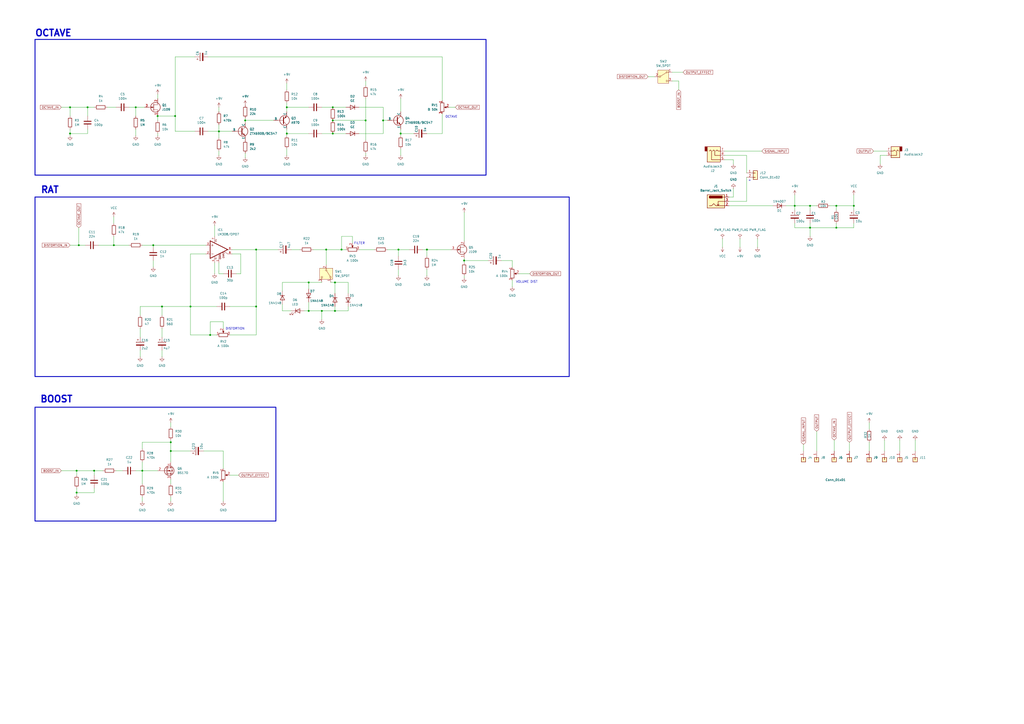
<source format=kicad_sch>
(kicad_sch (version 20231120) (generator "eeschema") (generator_version "8.0")
  (paper "A2")
  (junction (at 247.65 144.78))
  (junction (at 469.9 132.08))
  (junction (at 166.37 62.23))
  (junction (at 193.04 62.23))
  (junction (at 186.69 180.34))
  (junction (at 189.23 144.78))
  (junction (at 93.98 177.8))
  (junction (at 44.45 285.75))
  (junction (at 40.64 62.23))
  (junction (at 166.37 77.47))
  (junction (at 231.14 144.78))
  (junction (at 179.07 180.34))
  (junction (at 101.6 67.31))
  (junction (at 148.59 177.8))
  (junction (at 269.24 151.13))
  (junction (at 148.59 144.78))
  (junction (at 193.04 77.47))
  (junction (at 78.74 62.23))
  (junction (at 485.14 119.38))
  (junction (at 45.72 142.24))
  (junction (at 212.09 69.85))
  (junction (at 99.06 261.62))
  (junction (at 232.41 77.47))
  (junction (at 66.04 142.24))
  (junction (at 194.31 163.83))
  (junction (at 50.8 62.23))
  (junction (at 82.55 273.05))
  (junction (at 222.25 69.85))
  (junction (at 194.31 180.34))
  (junction (at 469.9 119.38))
  (junction (at 54.61 273.05))
  (junction (at 485.14 132.08))
  (junction (at 142.24 69.85))
  (junction (at 198.12 144.78))
  (junction (at 127 76.2))
  (junction (at 99.06 256.54))
  (junction (at 40.64 77.47))
  (junction (at 91.44 67.31))
  (junction (at 179.07 163.83))
  (junction (at 44.45 273.05))
  (junction (at 110.49 177.8))
  (junction (at 495.3 119.38))
  (junction (at 121.92 194.31))
  (junction (at 88.9 142.24))
  (junction (at 193.04 69.85))
  (junction (at 461.01 119.38))
  (wire (pts (xy 420.37 87.63) (xy 441.96 87.63)))
  (wire (pts (xy 163.83 168.91) (xy 163.83 163.83)))
  (wire (pts (xy 269.24 160.02) (xy 269.24 161.29)))
  (wire (pts (xy 194.31 180.34) (xy 201.93 180.34)))
  (wire (pts (xy 300.99 158.75) (xy 307.34 158.75)))
  (wire (pts (xy 179.07 175.26) (xy 179.07 180.34)))
  (wire (pts (xy 91.44 67.31) (xy 101.6 67.31)))
  (wire (pts (xy 129.54 190.5) (xy 129.54 186.69)))
  (wire (pts (xy 469.9 121.92) (xy 469.9 119.38)))
  (wire (pts (xy 485.14 119.38) (xy 495.3 119.38)))
  (wire (pts (xy 35.56 273.05) (xy 44.45 273.05)))
  (wire (pts (xy 186.69 62.23) (xy 193.04 62.23)))
  (wire (pts (xy 485.14 132.08) (xy 495.3 132.08)))
  (wire (pts (xy 50.8 74.93) (xy 50.8 77.47)))
  (wire (pts (xy 379.73 44.45) (xy 375.92 44.45)))
  (wire (pts (xy 189.23 144.78) (xy 198.12 144.78)))
  (wire (pts (xy 127 76.2) (xy 134.62 76.2)))
  (wire (pts (xy 82.55 256.54) (xy 99.06 256.54)))
  (wire (pts (xy 389.89 46.99) (xy 393.7 46.99)))
  (wire (pts (xy 101.6 76.2) (xy 101.6 67.31)))
  (wire (pts (xy 129.54 279.4) (xy 129.54 290.83)))
  (wire (pts (xy 439.42 138.43) (xy 439.42 143.51)))
  (wire (pts (xy 82.55 273.05) (xy 91.44 273.05)))
  (wire (pts (xy 120.65 33.02) (xy 256.54 33.02)))
  (wire (pts (xy 232.41 74.93) (xy 232.41 77.47)))
  (wire (pts (xy 247.65 144.78) (xy 247.65 148.59)))
  (wire (pts (xy 422.91 119.38) (xy 448.31 119.38)))
  (wire (pts (xy 514.35 90.17) (xy 510.54 90.17)))
  (wire (pts (xy 99.06 256.54) (xy 99.06 255.27)))
  (wire (pts (xy 124.46 152.4) (xy 124.46 158.75)))
  (wire (pts (xy 139.7 158.75) (xy 137.16 158.75)))
  (wire (pts (xy 50.8 77.47) (xy 40.64 77.47)))
  (wire (pts (xy 513.08 255.27) (xy 513.08 261.62)))
  (wire (pts (xy 212.09 57.15) (xy 212.09 69.85)))
  (wire (pts (xy 212.09 46.99) (xy 212.09 49.53)))
  (wire (pts (xy 466.09 257.81) (xy 466.09 261.62)))
  (wire (pts (xy 208.28 62.23) (xy 222.25 62.23)))
  (wire (pts (xy 124.46 130.81) (xy 124.46 137.16)))
  (wire (pts (xy 93.98 177.8) (xy 93.98 182.88)))
  (wire (pts (xy 247.65 144.78) (xy 261.62 144.78)))
  (wire (pts (xy 483.87 255.27) (xy 483.87 261.62)))
  (wire (pts (xy 110.49 194.31) (xy 110.49 177.8)))
  (wire (pts (xy 166.37 77.47) (xy 166.37 78.74)))
  (wire (pts (xy 168.91 144.78) (xy 173.99 144.78)))
  (wire (pts (xy 166.37 48.26) (xy 166.37 52.07)))
  (wire (pts (xy 99.06 256.54) (xy 99.06 261.62)))
  (wire (pts (xy 40.64 62.23) (xy 50.8 62.23)))
  (wire (pts (xy 510.54 90.17) (xy 510.54 95.25)))
  (wire (pts (xy 67.31 273.05) (xy 71.12 273.05)))
  (wire (pts (xy 433.07 102.87) (xy 433.07 116.84)))
  (wire (pts (xy 433.07 90.17) (xy 433.07 100.33)))
  (wire (pts (xy 193.04 69.85) (xy 212.09 69.85)))
  (wire (pts (xy 44.45 275.59) (xy 44.45 273.05)))
  (wire (pts (xy 231.14 144.78) (xy 237.49 144.78)))
  (wire (pts (xy 44.45 283.21) (xy 44.45 285.75)))
  (wire (pts (xy 44.45 273.05) (xy 54.61 273.05)))
  (wire (pts (xy 93.98 190.5) (xy 93.98 195.58)))
  (wire (pts (xy 166.37 59.69) (xy 166.37 62.23)))
  (wire (pts (xy 127 62.23) (xy 127 64.77)))
  (wire (pts (xy 91.44 54.61) (xy 91.44 57.15)))
  (wire (pts (xy 119.38 147.32) (xy 110.49 147.32)))
  (wire (pts (xy 129.54 271.78) (xy 129.54 261.62)))
  (wire (pts (xy 485.14 129.54) (xy 485.14 132.08)))
  (wire (pts (xy 256.54 77.47) (xy 256.54 66.04)))
  (wire (pts (xy 208.28 77.47) (xy 222.25 77.47)))
  (wire (pts (xy 82.55 288.29) (xy 82.55 290.83)))
  (wire (pts (xy 129.54 186.69) (xy 121.92 186.69)))
  (wire (pts (xy 514.35 87.63) (xy 506.73 87.63)))
  (wire (pts (xy 99.06 261.62) (xy 110.49 261.62)))
  (wire (pts (xy 121.92 186.69) (xy 121.92 194.31)))
  (wire (pts (xy 204.47 137.16) (xy 198.12 137.16)))
  (wire (pts (xy 88.9 142.24) (xy 88.9 143.51)))
  (wire (pts (xy 495.3 129.54) (xy 495.3 132.08)))
  (wire (pts (xy 168.91 180.34) (xy 163.83 180.34)))
  (wire (pts (xy 186.69 77.47) (xy 193.04 77.47)))
  (wire (pts (xy 179.07 163.83) (xy 179.07 167.64)))
  (wire (pts (xy 222.25 77.47) (xy 222.25 69.85)))
  (wire (pts (xy 186.69 163.83) (xy 179.07 163.83)))
  (wire (pts (xy 204.47 140.97) (xy 204.47 137.16)))
  (wire (pts (xy 40.64 67.31) (xy 40.64 62.23)))
  (wire (pts (xy 142.24 88.9) (xy 142.24 91.44)))
  (wire (pts (xy 99.06 278.13) (xy 99.06 280.67)))
  (wire (pts (xy 148.59 144.78) (xy 161.29 144.78)))
  (wire (pts (xy 469.9 119.38) (xy 473.71 119.38)))
  (wire (pts (xy 148.59 177.8) (xy 133.35 177.8)))
  (wire (pts (xy 222.25 62.23) (xy 222.25 69.85)))
  (wire (pts (xy 461.01 129.54) (xy 461.01 132.08)))
  (wire (pts (xy 469.9 132.08) (xy 469.9 137.16)))
  (wire (pts (xy 495.3 113.03) (xy 495.3 119.38)))
  (wire (pts (xy 129.54 158.75) (xy 127 158.75)))
  (wire (pts (xy 110.49 177.8) (xy 125.73 177.8)))
  (wire (pts (xy 469.9 132.08) (xy 469.9 129.54)))
  (wire (pts (xy 93.98 203.2) (xy 93.98 207.01)))
  (wire (pts (xy 166.37 62.23) (xy 166.37 64.77)))
  (wire (pts (xy 40.64 77.47) (xy 40.64 78.74)))
  (wire (pts (xy 247.65 156.21) (xy 247.65 160.02)))
  (wire (pts (xy 166.37 74.93) (xy 166.37 77.47)))
  (wire (pts (xy 425.45 109.22) (xy 425.45 114.3)))
  (wire (pts (xy 127 158.75) (xy 127 152.4)))
  (wire (pts (xy 269.24 149.86) (xy 269.24 151.13)))
  (wire (pts (xy 485.14 119.38) (xy 485.14 121.92)))
  (wire (pts (xy 461.01 121.92) (xy 461.01 119.38)))
  (wire (pts (xy 82.55 273.05) (xy 82.55 280.67)))
  (wire (pts (xy 422.91 114.3) (xy 425.45 114.3)))
  (wire (pts (xy 419.1 138.43) (xy 419.1 143.51)))
  (wire (pts (xy 142.24 68.58) (xy 142.24 69.85)))
  (wire (pts (xy 201.93 180.34) (xy 201.93 177.8)))
  (wire (pts (xy 88.9 151.13) (xy 88.9 154.94)))
  (wire (pts (xy 201.93 170.18) (xy 201.93 163.83)))
  (wire (pts (xy 224.79 69.85) (xy 222.25 69.85)))
  (wire (pts (xy 198.12 144.78) (xy 200.66 144.78)))
  (wire (pts (xy 393.7 46.99) (xy 393.7 52.07)))
  (wire (pts (xy 148.59 194.31) (xy 148.59 177.8)))
  (wire (pts (xy 163.83 163.83) (xy 179.07 163.83)))
  (wire (pts (xy 245.11 144.78) (xy 247.65 144.78)))
  (wire (pts (xy 127 76.2) (xy 127 80.01)))
  (wire (pts (xy 495.3 121.92) (xy 495.3 119.38)))
  (wire (pts (xy 91.44 78.74) (xy 91.44 77.47)))
  (wire (pts (xy 101.6 67.31) (xy 101.6 33.02)))
  (wire (pts (xy 269.24 151.13) (xy 283.21 151.13)))
  (wire (pts (xy 134.62 147.32) (xy 139.7 147.32)))
  (wire (pts (xy 224.79 144.78) (xy 231.14 144.78)))
  (wire (pts (xy 232.41 86.36) (xy 232.41 90.17)))
  (wire (pts (xy 504.19 245.11) (xy 504.19 248.92)))
  (wire (pts (xy 78.74 273.05) (xy 82.55 273.05)))
  (wire (pts (xy 231.14 144.78) (xy 231.14 148.59)))
  (wire (pts (xy 66.04 137.16) (xy 66.04 142.24)))
  (wire (pts (xy 194.31 177.8) (xy 194.31 180.34)))
  (wire (pts (xy 113.03 76.2) (xy 101.6 76.2)))
  (wire (pts (xy 93.98 177.8) (xy 110.49 177.8)))
  (wire (pts (xy 50.8 62.23) (xy 54.61 62.23)))
  (wire (pts (xy 481.33 119.38) (xy 485.14 119.38)))
  (wire (pts (xy 78.74 74.93) (xy 78.74 78.74)))
  (wire (pts (xy 269.24 151.13) (xy 269.24 152.4)))
  (wire (pts (xy 40.64 142.24) (xy 45.72 142.24)))
  (wire (pts (xy 40.64 74.93) (xy 40.64 77.47)))
  (wire (pts (xy 99.06 261.62) (xy 99.06 267.97)))
  (wire (pts (xy 81.28 203.2) (xy 81.28 207.01)))
  (wire (pts (xy 433.07 116.84) (xy 422.91 116.84)))
  (wire (pts (xy 186.69 185.42) (xy 186.69 180.34)))
  (wire (pts (xy 260.35 62.23) (xy 264.16 62.23)))
  (wire (pts (xy 54.61 273.05) (xy 54.61 275.59)))
  (wire (pts (xy 193.04 77.47) (xy 200.66 77.47)))
  (wire (pts (xy 66.04 142.24) (xy 74.93 142.24)))
  (wire (pts (xy 134.62 144.78) (xy 148.59 144.78)))
  (wire (pts (xy 127 76.2) (xy 120.65 76.2)))
  (wire (pts (xy 45.72 142.24) (xy 45.72 132.08)))
  (wire (pts (xy 290.83 151.13) (xy 297.18 151.13)))
  (wire (pts (xy 492.76 256.54) (xy 492.76 261.62)))
  (wire (pts (xy 194.31 180.34) (xy 186.69 180.34)))
  (wire (pts (xy 91.44 67.31) (xy 91.44 69.85)))
  (wire (pts (xy 133.35 275.59) (xy 138.43 275.59)))
  (wire (pts (xy 54.61 273.05) (xy 59.69 273.05)))
  (wire (pts (xy 231.14 156.21) (xy 231.14 160.02)))
  (wire (pts (xy 297.18 162.56) (xy 297.18 166.37)))
  (wire (pts (xy 66.04 142.24) (xy 57.15 142.24)))
  (wire (pts (xy 82.55 260.35) (xy 82.55 256.54)))
  (wire (pts (xy 81.28 177.8) (xy 93.98 177.8)))
  (wire (pts (xy 193.04 62.23) (xy 200.66 62.23)))
  (wire (pts (xy 256.54 33.02) (xy 256.54 58.42)))
  (wire (pts (xy 81.28 182.88) (xy 81.28 177.8)))
  (wire (pts (xy 101.6 33.02) (xy 113.03 33.02)))
  (wire (pts (xy 420.37 90.17) (xy 433.07 90.17)))
  (wire (pts (xy 99.06 288.29) (xy 99.06 290.83)))
  (wire (pts (xy 127 72.39) (xy 127 76.2)))
  (wire (pts (xy 35.56 62.23) (xy 40.64 62.23)))
  (wire (pts (xy 461.01 119.38) (xy 469.9 119.38)))
  (wire (pts (xy 455.93 119.38) (xy 461.01 119.38)))
  (wire (pts (xy 521.97 255.27) (xy 521.97 261.62)))
  (wire (pts (xy 232.41 77.47) (xy 240.03 77.47)))
  (wire (pts (xy 194.31 163.83) (xy 191.77 163.83)))
  (wire (pts (xy 139.7 147.32) (xy 139.7 158.75)))
  (wire (pts (xy 74.93 62.23) (xy 78.74 62.23)))
  (wire (pts (xy 461.01 132.08) (xy 469.9 132.08)))
  (wire (pts (xy 473.71 250.19) (xy 473.71 261.62)))
  (wire (pts (xy 54.61 283.21) (xy 54.61 285.75)))
  (wire (pts (xy 78.74 62.23) (xy 83.82 62.23)))
  (wire (pts (xy 176.53 180.34) (xy 179.07 180.34)))
  (wire (pts (xy 148.59 144.78) (xy 148.59 177.8)))
  (wire (pts (xy 125.73 194.31) (xy 121.92 194.31)))
  (wire (pts (xy 208.28 144.78) (xy 217.17 144.78)))
  (wire (pts (xy 82.55 142.24) (xy 88.9 142.24)))
  (wire (pts (xy 189.23 144.78) (xy 189.23 153.67)))
  (wire (pts (xy 54.61 285.75) (xy 44.45 285.75)))
  (wire (pts (xy 247.65 77.47) (xy 256.54 77.47)))
  (wire (pts (xy 142.24 69.85) (xy 158.75 69.85)))
  (wire (pts (xy 389.89 41.91) (xy 396.24 41.91)))
  (wire (pts (xy 232.41 57.15) (xy 232.41 64.77)))
  (wire (pts (xy 133.35 194.31) (xy 148.59 194.31)))
  (wire (pts (xy 121.92 194.31) (xy 110.49 194.31)))
  (wire (pts (xy 469.9 132.08) (xy 485.14 132.08)))
  (wire (pts (xy 297.18 151.13) (xy 297.18 154.94)))
  (wire (pts (xy 66.04 125.73) (xy 66.04 129.54)))
  (wire (pts (xy 461.01 113.03) (xy 461.01 119.38)))
  (wire (pts (xy 129.54 261.62) (xy 118.11 261.62)))
  (wire (pts (xy 82.55 273.05) (xy 82.55 267.97)))
  (wire (pts (xy 198.12 137.16) (xy 198.12 144.78)))
  (wire (pts (xy 81.28 190.5) (xy 81.28 195.58)))
  (wire (pts (xy 194.31 170.18) (xy 194.31 163.83)))
  (wire (pts (xy 420.37 92.71) (xy 425.45 92.71)))
  (wire (pts (xy 212.09 81.28) (xy 212.09 69.85)))
  (wire (pts (xy 50.8 62.23) (xy 50.8 67.31)))
  (wire (pts (xy 44.45 285.75) (xy 44.45 287.02)))
  (wire (pts (xy 78.74 62.23) (xy 78.74 67.31)))
  (wire (pts (xy 166.37 86.36) (xy 166.37 90.17)))
  (wire (pts (xy 110.49 147.32) (xy 110.49 177.8)))
  (wire (pts (xy 425.45 92.71) (xy 425.45 95.25)))
  (wire (pts (xy 269.24 123.19) (xy 269.24 139.7)))
  (wire (pts (xy 99.06 245.11) (xy 99.06 247.65)))
  (wire (pts (xy 179.07 180.34) (xy 186.69 180.34)))
  (wire (pts (xy 142.24 69.85) (xy 142.24 71.12)))
  (wire (pts (xy 163.83 180.34) (xy 163.83 176.53)))
  (wire (pts (xy 429.26 138.43) (xy 429.26 143.51)))
  (wire (pts (xy 62.23 62.23) (xy 67.31 62.23)))
  (wire (pts (xy 212.09 88.9) (xy 212.09 90.17)))
  (wire (pts (xy 194.31 163.83) (xy 201.93 163.83)))
  (wire (pts (xy 166.37 62.23) (xy 179.07 62.23)))
  (wire (pts (xy 504.19 256.54) (xy 504.19 261.62)))
  (wire (pts (xy 530.86 255.27) (xy 530.86 261.62)))
  (wire (pts (xy 119.38 142.24) (xy 88.9 142.24)))
  (wire (pts (xy 181.61 144.78) (xy 189.23 144.78)))
  (wire (pts (xy 45.72 142.24) (xy 49.53 142.24)))
  (wire (pts (xy 127 87.63) (xy 127 90.17)))
  (wire (pts (xy 166.37 77.47) (xy 179.07 77.47)))
  (wire (pts (xy 232.41 77.47) (xy 232.41 78.74)))
  (rectangle (start 20.32 22.86) (end 281.94 101.6) (stroke (width 0.508)))
  (rectangle (start 20.32 236.22) (end 160.02 302.26) (stroke (width 0.508)))
  (rectangle (start 20.32 114.3) (end 330.2 218.44) (stroke (width 0.508)))
  (text "OCTAVE" (at 30.988 19.304 0) (effects (font (size 3.81 3.81) (thickness 0.762) (bold yes))))
  (text "OCTAVE" (at 261.874 67.818 0) (effects (font (size 1.27 1.27))))
  (text "BOOST\n" (at 32.766 231.648 0) (effects (font (size 3.81 3.81) (thickness 0.762) (bold yes))))
  (text "RAT" (at 28.956 110.236 0) (effects (font (size 3.81 3.81) (thickness 0.762) (bold yes))))
  (text "+\n" (at 434.848 104.648 0) (effects (font (size 1.27 1.27))))
  (text "VOLUME DIST" (at 305.562 163.576 0) (effects (font (size 1.27 1.27))))
  (text "DISTORTION" (at 136.398 190.754 0) (effects (font (size 1.27 1.27))))
  (text "FILTER\n" (at 208.534 141.224 0) (effects (font (size 1.27 1.27))))
  (global_label "DISTORTION_OUT" (shape input) (at 375.92 44.45 180) (property "Intersheetrefs" "${INTERSHEET_REFS}" (effects (hide yes))))
  (global_label "SIGNAL_INPUT" (shape input) (at 441.96 87.63 0) (property "Intersheetrefs" "${INTERSHEET_REFS}" (effects (hide yes))))
  (global_label "OUTPUT_EFFECT" (shape input) (at 138.43 275.59 0) (property "Intersheetrefs" "${INTERSHEET_REFS}" (effects (hide yes))))
  (global_label "OUTPUT" (shape input) (at 506.73 87.63 180) (property "Intersheetrefs" "${INTERSHEET_REFS}" (effects (hide yes))))
  (global_label "BOOST_IN" (shape input) (at 393.7 52.07 270) (property "Intersheetrefs" "${INTERSHEET_REFS}" (effects (hide yes))))
  (global_label "OCTAVE_OUT" (shape input) (at 264.16 62.23 0) (property "Intersheetrefs" "${INTERSHEET_REFS}" (effects (hide yes))))
  (global_label "OCTAVE_OUT" (shape input) (at 45.72 132.08 90) (property "Intersheetrefs" "${INTERSHEET_REFS}" (effects (hide yes))))
  (global_label "BOOST_IN" (shape input) (at 35.56 273.05 180) (property "Intersheetrefs" "${INTERSHEET_REFS}" (effects (hide yes))))
  (global_label "DISTORTION_IN" (shape input) (at 40.64 142.24 180) (property "Intersheetrefs" "${INTERSHEET_REFS}" (effects (hide yes))))
  (global_label "SIGNAL_INPUT" (shape input) (at 466.09 257.81 90) (property "Intersheetrefs" "${INTERSHEET_REFS}" (effects (hide yes))))
  (global_label "OUTPUT_EFFECT" (shape input) (at 396.24 41.91 0) (property "Intersheetrefs" "${INTERSHEET_REFS}" (effects (hide yes))))
  (global_label "DISTORTION_OUT" (shape input) (at 307.34 158.75 0) (property "Intersheetrefs" "${INTERSHEET_REFS}" (effects (hide yes))))
  (global_label "OCTAVE_IN" (shape input) (at 483.87 255.27 90) (property "Intersheetrefs" "${INTERSHEET_REFS}" (effects (hide yes))))
  (global_label "OUTPUT" (shape input) (at 473.71 250.19 90) (property "Intersheetrefs" "${INTERSHEET_REFS}" (effects (hide yes))))
  (global_label "OUTPUT_EFFECT" (shape input) (at 492.76 256.54 90) (property "Intersheetrefs" "${INTERSHEET_REFS}" (effects (hide yes))))
  (global_label "OCTAVE_IN" (shape input) (at 35.56 62.23 180) (property "Intersheetrefs" "${INTERSHEET_REFS}" (effects (hide yes))))
  (symbol (lib_id "Device:R") (at 99.06 284.48 180) (unit 1)
    (property "Reference" "R31" (at 101.6 283.2099 0) (effects (justify right)))
    (property "Value" "470" (at 101.6 285.7499 0) (effects (justify right)))
    (property "Footprint" "Resistor_SMD:R_0603_1608Metric_Pad0.98x0.95mm_HandSolder" (effects (hide yes)))
    (property "Description" "Resistor" (effects (hide yes)))
  )
  (symbol (lib_id "power:GND") (at 88.9 154.94 0) (unit 1)
    (property "Reference" "#PWR020" (effects (hide yes)))
    (property "Value" "GND" (at 88.9 160.02 0))
    (property "Description" "Power symbol creates a global label with name \"GND\" , ground" (effects (hide yes)))
  )
  (symbol (lib_id "Switch:SW_SPDT") (at 384.81 44.45 0) (unit 1)
    (property "Reference" "SW2" (at 384.81 35.56 0))
    (property "Value" "SW_SPDT" (at 384.81 38.1 0))
    (property "Footprint" "Button_Switch_THT:SW_Slide-03_Wuerth-WS-SLTV_10x2.5x6.4_P2.54mm" (effects (hide yes)))
    (property "Description" "Switch, single pole double throw" (effects (hide yes)))
  )
  (symbol (lib_id "Device:C") (at 71.12 62.23 270) (unit 1)
    (property "Reference" "C5" (at 71.12 54.61 90))
    (property "Value" "100n" (at 71.12 57.15 90))
    (property "Footprint" "Capacitor_SMD:C_0603_1608Metric_Pad1.08x0.95mm_HandSolder" (effects (hide yes)))
    (property "Description" "Unpolarized capacitor" (effects (hide yes)))
  )
  (symbol (lib_id "Diode:1N4007") (at 194.31 173.99 270) (unit 1)
    (property "Reference" "D4" (at 191.008 171.704 90) (effects (justify left)))
    (property "Value" "1N4148" (at 186.182 177.038 90) (effects (justify left)))
    (property "Footprint" "Diode_THT:D_DO-41_SOD81_P2.54mm_Vertical_KathodeUp" (effects (hide yes)))
    (property "Datasheet" "http://www.vishay.com/docs/88503/1n4001.pdf" (effects (hide yes)))
    (property "Description" "1000V 1A General Purpose Rectifier Diode, DO-41" (effects (hide yes)))
    (property "Sim.Device" "D" (effects (hide yes)))
    (property "Sim.Pins" "1=K 2=A" (effects (hide yes)))
  )
  (symbol (lib_id "power:GND") (at 247.65 160.02 0) (unit 1)
    (property "Reference" "#PWR027" (effects (hide yes)))
    (property "Value" "GND" (at 247.65 165.1 0))
    (property "Description" "Power symbol creates a global label with name \"GND\" , ground" (effects (hide yes)))
  )
  (symbol (lib_id "power:+9V") (at 504.19 245.11 0) (unit 1)
    (property "Reference" "#PWR042" (effects (hide yes)))
    (property "Value" "+9V" (at 504.19 240.03 0))
    (property "Description" "Power symbol creates a global label with name \"+9V\"" (effects (hide yes)))
  )
  (symbol (lib_id "Connector_Generic:Conn_01x01") (at 513.08 266.7 270) (unit 1)
    (property "Reference" "J10" (at 515.62 265.4299 90) (effects (justify left)))
    (property "Value" "Conn_01x01" (effects (hide yes)))
    (property "Footprint" "Connector_Wire:SolderWire-2sqmm_1x01_D2mm_OD3.9mm" (effects (hide yes)))
    (property "Description" "Generic connector, single row, 01x01, script generated (kicad-library-utils/schlib/autogen/connector/)" (effects (hide yes)))
  )
  (symbol (lib_id "Device:C") (at 88.9 147.32 0) (unit 1)
    (property "Reference" "C12" (at 92.71 146.0499 0) (effects (justify left)))
    (property "Value" "1n" (at 92.71 148.5899 0) (effects (justify left)))
    (property "Footprint" "Capacitor_SMD:C_0603_1608Metric_Pad1.08x0.95mm_HandSolder" (effects (hide yes)))
    (property "Description" "Unpolarized capacitor" (effects (hide yes)))
  )
  (symbol (lib_id "power:GND") (at 425.45 109.22 180) (unit 1)
    (property "Reference" "#PWR037" (effects (hide yes)))
    (property "Value" "GND" (at 425.45 104.14 0))
    (property "Description" "Power symbol creates a global label with name \"GND\" , ground" (effects (hide yes)))
  )
  (symbol (lib_id "Connector_Generic:Conn_01x01") (at 492.76 266.7 270) (unit 1)
    (property "Reference" "J7" (at 495.3 265.4299 90) (effects (justify left)))
    (property "Value" "Conn_01x01" (effects (hide yes)))
    (property "Footprint" "Connector_Wire:SolderWire-2sqmm_1x01_D2mm_OD3.9mm" (effects (hide yes)))
    (property "Description" "Generic connector, single row, 01x01, script generated (kicad-library-utils/schlib/autogen/connector/)" (effects (hide yes)))
  )
  (symbol (lib_id "Transistor_FET:BS170") (at 96.52 273.05 0) (unit 1)
    (property "Reference" "Q6" (at 102.87 271.7799 0) (effects (justify left)))
    (property "Value" "BS170" (at 102.87 274.3199 0) (effects (justify left)))
    (property "Footprint" "Package_TO_SOT_THT:TO-92_Inline" (effects (hide yes)))
    (property "Datasheet" "https://www.onsemi.com/pub/Collateral/BS170-D.PDF" (effects (hide yes)))
    (property "Description" "0.5A Id, 60V Vds, N-Channel MOSFET, TO-92" (effects (hide yes)))
  )
  (symbol (lib_id "power:GND") (at 530.86 255.27 180) (unit 1)
    (property "Reference" "#PWR044" (effects (hide yes)))
    (property "Value" "GND" (at 530.86 250.19 0))
    (property "Description" "Power symbol creates a global label with name \"GND\" , ground" (effects (hide yes)))
  )
  (symbol (lib_id "power:+9V") (at 91.44 54.61 0) (unit 1)
    (property "Reference" "#PWR07" (effects (hide yes)))
    (property "Value" "+9V" (at 91.44 49.53 0))
    (property "Description" "Power symbol creates a global label with name \"+9V\"" (effects (hide yes)))
  )
  (symbol (lib_id "Device:C_Polarized") (at 165.1 144.78 90) (unit 1)
    (property "Reference" "C17" (at 163.068 144.018 0) (effects (justify left)))
    (property "Value" "4u7" (at 167.64 144.018 0) (effects (justify left)))
    (property "Footprint" "Capacitor_THT:CP_Radial_D5.0mm_P2.50mm" (effects (hide yes)))
    (property "Description" "Polarized capacitor" (effects (hide yes)))
  )
  (symbol (lib_id "Device:R_Potentiometer") (at 256.54 62.23 0) (unit 1)
    (property "Reference" "RV1" (at 254 60.9599 0) (effects (justify right)))
    (property "Value" "B 50k" (at 254 63.4999 0) (effects (justify right)))
    (property "Footprint" "Potentiometer_THT:Potentiometer_Omeg_PC16BU_Vertical" (effects (hide yes)))
    (property "Description" "Potentiometer" (effects (hide yes)))
  )
  (symbol (lib_id "Device:R") (at 212.09 85.09 0) (unit 1)
    (property "Reference" "R16" (at 214.63 83.8199 0) (effects (justify left)))
    (property "Value" "47k" (at 214.63 86.3599 0) (effects (justify left)))
    (property "Footprint" "Resistor_SMD:R_0603_1608Metric_Pad0.98x0.95mm_HandSolder" (effects (hide yes)))
    (property "Description" "Resistor" (effects (hide yes)))
  )
  (symbol (lib_id "Device:C_Polarized") (at 243.84 77.47 90) (unit 1)
    (property "Reference" "C10" (at 241.554 76.708 0) (effects (justify left)))
    (property "Value" "1u" (at 246.38 76.454 0) (effects (justify left)))
    (property "Footprint" "Capacitor_THT:CP_Radial_D5.0mm_P2.50mm" (effects (hide yes)))
    (property "Description" "Polarized capacitor" (effects (hide yes)))
  )
  (symbol (lib_id "power:GND") (at 40.64 78.74 0) (unit 1)
    (property "Reference" "#PWR05" (effects (hide yes)))
    (property "Value" "GND" (at 40.64 83.82 0))
    (property "Description" "Power symbol creates a global label with name \"GND\" , ground" (effects (hide yes)))
  )
  (symbol (lib_id "Device:R_Potentiometer") (at 129.54 275.59 0) (unit 1)
    (property "Reference" "RV5" (at 127 274.3199 0) (effects (justify right)))
    (property "Value" "A 100k" (at 127 276.8599 0) (effects (justify right)))
    (property "Footprint" "Potentiometer_THT:Potentiometer_Omeg_PC16BU_Vertical" (effects (hide yes)))
    (property "Description" "Potentiometer" (effects (hide yes)))
  )
  (symbol (lib_id "Connector_Generic:Conn_01x01") (at 483.87 266.7 270) (unit 1)
    (property "Reference" "J6" (at 486.41 265.4299 90) (effects (justify left)))
    (property "Value" "Conn_01x01" (effects (hide yes)))
    (property "Footprint" "Connector_Wire:SolderWire-2sqmm_1x01_D2mm_OD3.9mm" (effects (hide yes)))
    (property "Description" "Generic connector, single row, 01x01, script generated (kicad-library-utils/schlib/autogen/connector/)" (effects (hide yes)))
  )
  (symbol (lib_id "Device:C_Polarized") (at 116.84 33.02 90) (unit 1)
    (property "Reference" "C6" (at 114.554 32.258 0) (effects (justify left)))
    (property "Value" "1u" (at 119.38 32.004 0) (effects (justify left)))
    (property "Footprint" "Capacitor_THT:CP_Radial_D5.0mm_P2.50mm" (effects (hide yes)))
    (property "Description" "Polarized capacitor" (effects (hide yes)))
  )
  (symbol (lib_id "power:VCC") (at 419.1 143.51 180) (unit 1)
    (property "Reference" "#PWR0101" (effects (hide yes)))
    (property "Value" "VCC" (at 419.1 148.59 0))
    (property "Description" "Power symbol creates a global label with name \"VCC\"" (effects (hide yes)))
  )
  (symbol (lib_id "Device:R") (at 247.65 152.4 0) (unit 1)
    (property "Reference" "R24" (at 250.19 151.1299 0) (effects (justify left)))
    (property "Value" "1M" (at 250.19 153.6699 0) (effects (justify left)))
    (property "Footprint" "Resistor_SMD:R_0603_1608Metric_Pad0.98x0.95mm_HandSolder" (effects (hide yes)))
    (property "Description" "Resistor" (effects (hide yes)))
  )
  (symbol (lib_id "power:GND") (at 297.18 166.37 0) (unit 1)
    (property "Reference" "#PWR031" (effects (hide yes)))
    (property "Value" "GND" (at 297.18 171.45 0))
    (property "Description" "Power symbol creates a global label with name \"GND\" , ground" (effects (hide yes)))
  )
  (symbol (lib_id "Device:C") (at 53.34 142.24 270) (unit 1)
    (property "Reference" "C11" (at 53.34 134.62 90))
    (property "Value" "22n" (at 53.34 137.16 90))
    (property "Footprint" "Capacitor_SMD:C_0603_1608Metric_Pad1.08x0.95mm_HandSolder" (effects (hide yes)))
    (property "Description" "Unpolarized capacitor" (effects (hide yes)))
  )
  (symbol (lib_id "Device:R") (at 269.24 156.21 0) (unit 1)
    (property "Reference" "R25" (at 271.78 154.9399 0) (effects (justify left)))
    (property "Value" "10k" (at 271.78 157.4799 0) (effects (justify left)))
    (property "Footprint" "Resistor_SMD:R_0603_1608Metric_Pad0.98x0.95mm_HandSolder" (effects (hide yes)))
    (property "Description" "Resistor" (effects (hide yes)))
  )
  (symbol (lib_id "Switch:SW_SPDT") (at 189.23 158.75 270) (unit 1)
    (property "Reference" "SW1" (at 194.31 157.4799 90) (effects (justify left)))
    (property "Value" "SW_SPDT" (at 194.31 160.0199 90) (effects (justify left)))
    (property "Footprint" "Button_Switch_THT:SW_Slide-03_Wuerth-WS-SLTV_10x2.5x6.4_P2.54mm" (effects (hide yes)))
    (property "Description" "Switch, single pole double throw" (effects (hide yes)))
  )
  (symbol (lib_id "Device:R") (at 477.52 119.38 90) (unit 1)
    (property "Reference" "R2" (at 477.52 117.094 90))
    (property "Value" "10k" (at 477.52 119.38 90))
    (property "Footprint" "Resistor_SMD:R_0603_1608Metric_Pad0.98x0.95mm_HandSolder" (effects (hide yes)))
    (property "Description" "Resistor" (effects (hide yes)))
  )
  (symbol (lib_id "power:GND") (at 439.42 143.51 0) (unit 1)
    (property "Reference" "#PWR02" (effects (hide yes)))
    (property "Value" "GND" (at 439.42 148.59 0))
    (property "Description" "Power symbol creates a global label with name \"GND\" , ground" (effects (hide yes)))
  )
  (symbol (lib_id "power:GND") (at 510.54 95.25 0) (unit 1)
    (property "Reference" "#PWR040" (effects (hide yes)))
    (property "Value" "GND" (at 510.54 100.33 0))
    (property "Description" "Power symbol creates a global label with name \"GND\" , ground" (effects (hide yes)))
  )
  (symbol (lib_id "Device:R") (at 99.06 251.46 180) (unit 1)
    (property "Reference" "R30" (at 101.6 250.1899 0) (effects (justify right)))
    (property "Value" "10k" (at 101.6 252.7299 0) (effects (justify right)))
    (property "Footprint" "Resistor_SMD:R_0603_1608Metric_Pad0.98x0.95mm_HandSolder" (effects (hide yes)))
    (property "Description" "Resistor" (effects (hide yes)))
  )
  (symbol (lib_id "Device:R") (at 193.04 73.66 0) (unit 1)
    (property "Reference" "R14" (at 195.58 72.3899 0) (effects (justify left)))
    (property "Value" "100k" (at 195.58 74.9299 0) (effects (justify left)))
    (property "Footprint" "Resistor_SMD:R_0603_1608Metric_Pad0.98x0.95mm_HandSolder" (effects (hide yes)))
    (property "Description" "Resistor" (effects (hide yes)))
  )
  (symbol (lib_id "Device:R") (at 212.09 53.34 0) (unit 1)
    (property "Reference" "R15" (at 214.63 52.0699 0) (effects (justify left)))
    (property "Value" "47k" (at 214.63 54.6099 0) (effects (justify left)))
    (property "Footprint" "Resistor_SMD:R_0603_1608Metric_Pad0.98x0.95mm_HandSolder" (effects (hide yes)))
    (property "Description" "Resistor" (effects (hide yes)))
  )
  (symbol (lib_id "power:PWR_FLAG") (at 439.42 138.43 0) (unit 1)
    (property "Reference" "#FLG01" (effects (hide yes)))
    (property "Value" "PWR_FLAG" (at 439.42 133.35 0))
    (property "Description" "Special symbol for telling ERC where power comes from" (effects (hide yes)))
  )
  (symbol (lib_id "Device:R") (at 66.04 133.35 0) (unit 1)
    (property "Reference" "R18" (at 68.58 132.0799 0) (effects (justify left)))
    (property "Value" "47k" (at 68.58 134.6199 0) (effects (justify left)))
    (property "Footprint" "Resistor_SMD:R_0603_1608Metric_Pad0.98x0.95mm_HandSolder" (effects (hide yes)))
    (property "Description" "Resistor" (effects (hide yes)))
  )
  (symbol (lib_id "Device:R") (at 81.28 186.69 180) (unit 1)
    (property "Reference" "R20" (at 83.82 185.4199 0) (effects (justify right)))
    (property "Value" "47" (at 83.82 187.9599 0) (effects (justify right)))
    (property "Footprint" "Resistor_SMD:R_0603_1608Metric_Pad0.98x0.95mm_HandSolder" (effects (hide yes)))
    (property "Description" "Resistor" (effects (hide yes)))
  )
  (symbol (lib_id "power:+9V") (at 461.01 113.03 0) (unit 1)
    (property "Reference" "#PWR03" (effects (hide yes)))
    (property "Value" "+9V" (at 461.01 107.95 0))
    (property "Description" "Power symbol creates a global label with name \"+9V\"" (effects (hide yes)))
  )
  (symbol (lib_id "power:GND") (at 232.41 90.17 0) (unit 1)
    (property "Reference" "#PWR018" (effects (hide yes)))
    (property "Value" "GND" (at 232.41 95.25 0))
    (property "Description" "Power symbol creates a global label with name \"GND\" , ground" (effects (hide yes)))
  )
  (symbol (lib_id "power:GND") (at 186.69 185.42 0) (unit 1)
    (property "Reference" "#PWR025" (effects (hide yes)))
    (property "Value" "GND" (at 186.69 190.5 0))
    (property "Description" "Power symbol creates a global label with name \"GND\" , ground" (effects (hide yes)))
  )
  (symbol (lib_id "Device:C_Polarized") (at 81.28 199.39 0) (unit 1)
    (property "Reference" "C16" (at 82.042 197.358 0) (effects (justify left)))
    (property "Value" "2u2" (at 82.042 201.93 0) (effects (justify left)))
    (property "Footprint" "Capacitor_THT:CP_Radial_D5.0mm_P2.50mm" (effects (hide yes)))
    (property "Description" "Polarized capacitor" (effects (hide yes)))
  )
  (symbol (lib_id "Device:R") (at 93.98 186.69 180) (unit 1)
    (property "Reference" "R21" (at 96.52 185.4199 0) (effects (justify right)))
    (property "Value" "560" (at 96.52 187.9599 0) (effects (justify right)))
    (property "Footprint" "Resistor_SMD:R_0603_1608Metric_Pad0.98x0.95mm_HandSolder" (effects (hide yes)))
    (property "Description" "Resistor" (effects (hide yes)))
  )
  (symbol (lib_id "power:+9V") (at 269.24 123.19 0) (unit 1)
    (property "Reference" "#PWR029" (effects (hide yes)))
    (property "Value" "+9V" (at 269.24 118.11 0))
    (property "Description" "Power symbol creates a global label with name \"+9V\"" (effects (hide yes)))
  )
  (symbol (lib_id "Device:R_Potentiometer") (at 204.47 144.78 90) (unit 1)
    (property "Reference" "RV3" (at 204.47 148.59 90))
    (property "Value" "A 100k" (at 204.47 151.13 90))
    (property "Footprint" "Potentiometer_THT:Potentiometer_Omeg_PC16BU_Vertical" (effects (hide yes)))
    (property "Description" "Potentiometer" (effects (hide yes)))
  )
  (symbol (lib_id "Connector:Barrel_Jack_Switch") (at 415.29 116.84 0) (unit 1)
    (property "Reference" "J1" (at 415.29 107.95 0))
    (property "Value" "Barrel_Jack_Switch" (at 415.29 110.49 0))
    (property "Footprint" "Connector_BarrelJack:BarrelJack_GCT_DCJ200-10-A_Horizontal" (effects (hide yes)))
    (property "Description" "DC Barrel Jack with an internal switch" (effects (hide yes)))
  )
  (symbol (lib_id "Device:C") (at 129.54 177.8 270) (unit 1)
    (property "Reference" "C14" (at 129.54 170.18 90))
    (property "Value" "100p" (at 129.54 172.72 90))
    (property "Footprint" "Capacitor_SMD:C_0603_1608Metric_Pad1.08x0.95mm_HandSolder" (effects (hide yes)))
    (property "Description" "Unpolarized capacitor" (effects (hide yes)))
  )
  (symbol (lib_id "Connector_Audio:AudioJack2") (at 519.43 87.63 180) (unit 1)
    (property "Reference" "J3" (at 524.51 86.9949 0) (effects (justify right)))
    (property "Value" "AudioJack2" (at 524.51 89.5349 0) (effects (justify right)))
    (property "Footprint" "Connector_Audio:Jack_6.35mm_Neutrik_NMJ6HCD2_Horizontal" (effects (hide yes)))
    (property "Description" "Audio Jack, 2 Poles (Mono / TS)" (effects (hide yes)))
  )
  (symbol (lib_id "Connector_Generic:Conn_01x01") (at 530.86 266.7 270) (unit 1)
    (property "Reference" "J11" (at 533.4 265.4299 90) (effects (justify left)))
    (property "Value" "Conn_01x01" (effects (hide yes)))
    (property "Footprint" "Connector_Wire:SolderWire-2sqmm_1x01_D2mm_OD3.9mm" (effects (hide yes)))
    (property "Description" "Generic connector, single row, 01x01, script generated (kicad-library-utils/schlib/autogen/connector/)" (effects (hide yes)))
  )
  (symbol (lib_id "Device:R") (at 58.42 62.23 270) (unit 1)
    (property "Reference" "R4" (at 58.42 55.88 90))
    (property "Value" "1k" (at 58.42 58.42 90))
    (property "Footprint" "Resistor_SMD:R_0603_1608Metric_Pad0.98x0.95mm_HandSolder" (effects (hide yes)))
    (property "Description" "Resistor" (effects (hide yes)))
  )
  (symbol (lib_id "Connector_Generic:Conn_01x01") (at 473.71 266.7 270) (unit 1)
    (property "Reference" "J8" (at 476.25 265.4299 90) (effects (justify left)))
    (property "Value" "Conn_01x01" (effects (hide yes)))
    (property "Footprint" "Connector_Wire:SolderWire-2sqmm_1x01_D2mm_OD3.9mm" (effects (hide yes)))
    (property "Description" "Generic connector, single row, 01x01, script generated (kicad-library-utils/schlib/autogen/connector/)" (effects (hide yes)))
  )
  (symbol (lib_id "Connector_Generic:Conn_01x01") (at 504.19 266.7 270) (unit 1)
    (property "Reference" "J9" (at 506.73 265.4299 90) (effects (justify left)))
    (property "Value" "Conn_01x01" (at 478.79 278.384 90) (effects (justify left)))
    (property "Footprint" "Connector_Wire:SolderWire-2sqmm_1x01_D2mm_OD3.9mm" (effects (hide yes)))
    (property "Description" "Generic connector, single row, 01x01, script generated (kicad-library-utils/schlib/autogen/connector/)" (effects (hide yes)))
  )
  (symbol (lib_id "Device:R") (at 142.24 64.77 0) (unit 1)
    (property "Reference" "R10" (at 144.78 63.4999 0) (effects (justify left)))
    (property "Value" "22k" (at 144.78 66.0399 0) (effects (justify left)))
    (property "Footprint" "Resistor_SMD:R_0603_1608Metric_Pad0.98x0.95mm_HandSolder" (effects (hide yes)))
    (property "Description" "Resistor" (effects (hide yes)))
  )
  (symbol (lib_id "Device:R") (at 82.55 284.48 180) (unit 1)
    (property "Reference" "R29" (at 85.09 283.2099 0) (effects (justify right)))
    (property "Value" "470k" (at 85.09 285.7499 0) (effects (justify right)))
    (property "Footprint" "Resistor_SMD:R_0603_1608Metric_Pad0.98x0.95mm_HandSolder" (effects (hide yes)))
    (property "Description" "Resistor" (effects (hide yes)))
  )
  (symbol (lib_id "power:PWR_FLAG") (at 429.26 138.43 0) (unit 1)
    (property "Reference" "#FLG02" (effects (hide yes)))
    (property "Value" "PWR_FLAG" (at 429.26 133.35 0))
    (property "Description" "Special symbol for telling ERC where power comes from" (effects (hide yes)))
  )
  (symbol (lib_id "power:GND") (at 124.46 158.75 0) (unit 1)
    (property "Reference" "#PWR022" (effects (hide yes)))
    (property "Value" "GND" (at 124.46 163.83 0))
    (property "Description" "Power symbol creates a global label with name \"GND\" , ground" (effects (hide yes)))
  )
  (symbol (lib_id "power:+9V") (at 166.37 48.26 0) (unit 1)
    (property "Reference" "#PWR014" (effects (hide yes)))
    (property "Value" "+9V" (at 166.37 43.18 0))
    (property "Description" "Power symbol creates a global label with name \"+9V\"" (effects (hide yes)))
  )
  (symbol (lib_id "Simulation_SPICE:NPN") (at 139.7 76.2 0) (unit 1)
    (property "Reference" "Q2" (at 144.78 74.9299 0) (effects (justify left)))
    (property "Value" "ZTX690B/BC547" (at 144.78 77.4699 0) (effects (justify left)))
    (property "Footprint" "Package_TO_SOT_THT:TO-92L_Inline_Wide" (effects (hide yes)))
    (property "Datasheet" "https://ngspice.sourceforge.io/docs/ngspice-html-manual/manual.xhtml#cha_BJTs" (effects (hide yes)))
    (property "Description" "Bipolar transistor symbol for simulation only, substrate tied to the emitter" (effects (hide yes)))
    (property "Sim.Device" "NPN" (effects (hide yes)))
    (property "Sim.Type" "GUMMELPOON" (effects (hide yes)))
    (property "Sim.Pins" "1=C 2=B 3=E" (effects (hide yes)))
  )
  (symbol (lib_id "power:+9V") (at 127 62.23 0) (unit 1)
    (property "Reference" "#PWR010" (effects (hide yes)))
    (property "Value" "+9V" (at 127 57.15 0))
    (property "Description" "Power symbol creates a global label with name \"+9V\"" (effects (hide yes)))
  )
  (symbol (lib_id "Device:C_Polarized") (at 495.3 125.73 0) (unit 1)
    (property "Reference" "C3" (at 496.062 123.444 0) (effects (justify left)))
    (property "Value" "10u" (at 496.316 128.27 0) (effects (justify left)))
    (property "Footprint" "Capacitor_THT:CP_Radial_D5.0mm_P2.50mm" (effects (hide yes)))
    (property "Description" "Polarized capacitor" (effects (hide yes)))
  )
  (symbol (lib_id "Device:R") (at 193.04 66.04 0) (unit 1)
    (property "Reference" "R13" (at 195.58 64.7699 0) (effects (justify left)))
    (property "Value" "100k" (at 195.58 67.3099 0) (effects (justify left)))
    (property "Footprint" "Resistor_SMD:R_0603_1608Metric_Pad0.98x0.95mm_HandSolder" (effects (hide yes)))
    (property "Description" "Resistor" (effects (hide yes)))
  )
  (symbol (lib_id "Device:C") (at 469.9 125.73 0) (unit 1)
    (property "Reference" "C1" (at 470.662 123.698 0) (effects (justify left)))
    (property "Value" "100n" (at 470.916 128.016 0) (effects (justify left)))
    (property "Footprint" "Capacitor_SMD:C_0603_1608Metric_Pad1.08x0.95mm_HandSolder" (effects (hide yes)))
    (property "Description" "Unpolarized capacitor" (effects (hide yes)))
  )
  (symbol (lib_id "Device:R") (at 127 68.58 0) (unit 1)
    (property "Reference" "R7" (at 129.54 67.3099 0) (effects (justify left)))
    (property "Value" "470k" (at 129.54 69.8499 0) (effects (justify left)))
    (property "Footprint" "Resistor_SMD:R_0603_1608Metric_Pad0.98x0.95mm_HandSolder" (effects (hide yes)))
    (property "Description" "Resistor" (effects (hide yes)))
  )
  (symbol (lib_id "Device:R") (at 78.74 142.24 90) (unit 1)
    (property "Reference" "R19" (at 78.74 135.89 90))
    (property "Value" "1k" (at 78.74 138.43 90))
    (property "Footprint" "Resistor_SMD:R_0603_1608Metric_Pad0.98x0.95mm_HandSolder" (effects (hide yes)))
    (property "Description" "Resistor" (effects (hide yes)))
  )
  (symbol (lib_id "Device:R") (at 82.55 264.16 180) (unit 1)
    (property "Reference" "R28" (at 85.09 262.8899 0) (effects (justify right)))
    (property "Value" "470k" (at 85.09 265.4299 0) (effects (justify right)))
    (property "Footprint" "Resistor_SMD:R_0603_1608Metric_Pad0.98x0.95mm_HandSolder" (effects (hide yes)))
    (property "Description" "Resistor" (effects (hide yes)))
  )
  (symbol (lib_id "Diode:1N4007") (at 452.12 119.38 180) (unit 1)
    (property "Reference" "D1" (at 452.12 122.174 0))
    (property "Value" "1N4007" (at 452.12 116.84 0))
    (property "Footprint" "Diode_THT:D_DO-41_SOD81_P2.54mm_Vertical_KathodeUp" (effects (hide yes)))
    (property "Datasheet" "http://www.vishay.com/docs/88503/1n4001.pdf" (effects (hide yes)))
    (property "Description" "1000V 1A General Purpose Rectifier Diode, DO-41" (effects (hide yes)))
    (property "Sim.Device" "D" (effects (hide yes)))
    (property "Sim.Pins" "1=K 2=A" (effects (hide yes)))
  )
  (symbol (lib_id "Device:C") (at 133.35 158.75 90) (unit 1)
    (property "Reference" "C13" (at 133.35 155.194 90))
    (property "Value" "30p" (at 133.35 162.56 90))
    (property "Footprint" "Capacitor_SMD:C_0603_1608Metric_Pad1.08x0.95mm_HandSolder" (effects (hide yes)))
    (property "Description" "Unpolarized capacitor" (effects (hide yes)))
  )
  (symbol (lib_name "2N3819_1") (lib_id "Transistor_FET:2N3819") (at 266.7 144.78 0) (unit 1)
    (property "Reference" "Q5" (at 271.78 143.5099 0) (effects (justify left)))
    (property "Value" "J109" (at 271.78 146.0499 0) (effects (justify left)))
    (property "Footprint" "Package_TO_SOT_THT:TO-92L_Inline_Wide" (effects (hide yes)))
    (property "Datasheet" "https://my.centralsemi.com/datasheets/2N3819.PDF" (effects (hide yes)))
    (property "Description" "20mA Id, 25V Vgs, N-Channel JFET Transistor, TO-92" (effects (hide yes)))
  )
  (symbol (lib_id "Diode:1N4007") (at 201.93 173.99 90) (unit 1)
    (property "Reference" "D5" (at 202.692 171.45 90) (effects (justify right)))
    (property "Value" "1N4148" (at 202.692 177.038 90) (effects (justify right)))
    (property "Footprint" "Diode_THT:D_DO-41_SOD81_P2.54mm_Vertical_KathodeUp" (effects (hide yes)))
    (property "Datasheet" "http://www.vishay.com/docs/88503/1n4001.pdf" (effects (hide yes)))
    (property "Description" "1000V 1A General Purpose Rectifier Diode, DO-41" (effects (hide yes)))
    (property "Sim.Device" "D" (effects (hide yes)))
    (property "Sim.Pins" "1=K 2=A" (effects (hide yes)))
  )
  (symbol (lib_id "power:GND") (at 513.08 255.27 180) (unit 1)
    (property "Reference" "#PWR043" (effects (hide yes)))
    (property "Value" "GND" (at 513.08 250.19 0))
    (property "Description" "Power symbol creates a global label with name \"GND\" , ground" (effects (hide yes)))
  )
  (symbol (lib_id "power:GND") (at 269.24 161.29 0) (unit 1)
    (property "Reference" "#PWR028" (effects (hide yes)))
    (property "Value" "GND" (at 269.24 166.37 0))
    (property "Description" "Power symbol creates a global label with name \"GND\" , ground" (effects (hide yes)))
  )
  (symbol (lib_id "power:GND") (at 99.06 290.83 0) (unit 1)
    (property "Reference" "#PWR035" (effects (hide yes)))
    (property "Value" "GND" (at 99.06 295.91 0))
    (property "Description" "Power symbol creates a global label with name \"GND\" , ground" (effects (hide yes)))
  )
  (symbol (lib_id "power:GND") (at 129.54 290.83 0) (unit 1)
    (property "Reference" "#PWR036" (effects (hide yes)))
    (property "Value" "GND" (at 129.54 295.91 0))
    (property "Description" "Power symbol creates a global label with name \"GND\" , ground" (effects (hide yes)))
  )
  (symbol (lib_id "Device:C") (at 50.8 71.12 180) (unit 1)
    (property "Reference" "C4" (at 54.61 69.8499 0) (effects (justify right)))
    (property "Value" "100p" (at 54.61 72.3899 0) (effects (justify right)))
    (property "Footprint" "Capacitor_SMD:C_0603_1608Metric_Pad1.08x0.95mm_HandSolder" (effects (hide yes)))
    (property "Description" "Unpolarized capacitor" (effects (hide yes)))
  )
  (symbol (lib_id "Device:R_Potentiometer") (at 129.54 194.31 90) (unit 1)
    (property "Reference" "RV2" (at 129.54 198.12 90))
    (property "Value" "A 100k" (at 129.54 200.66 90))
    (property "Footprint" "Potentiometer_THT:Potentiometer_Omeg_PC16BU_Vertical" (effects (hide yes)))
    (property "Description" "Potentiometer" (effects (hide yes)))
  )
  (symbol (lib_id "Diode:1N4007") (at 204.47 77.47 180) (unit 1)
    (property "Reference" "D3" (at 204.47 71.12 0))
    (property "Value" "GE" (at 204.47 73.66 0))
    (property "Footprint" "Diode_THT:D_DO-41_SOD81_P2.54mm_Vertical_KathodeUp" (effects (hide yes)))
    (property "Datasheet" "http://www.vishay.com/docs/88503/1n4001.pdf" (effects (hide yes)))
    (property "Description" "1000V 1A General Purpose Rectifier Diode, DO-41" (effects (hide yes)))
    (property "Sim.Device" "D" (effects (hide yes)))
    (property "Sim.Pins" "1=K 2=A" (effects (hide yes)))
  )
  (symbol (lib_id "power:GND") (at 212.09 90.17 0) (unit 1)
    (property "Reference" "#PWR015" (effects (hide yes)))
    (property "Value" "GND" (at 212.09 95.25 0))
    (property "Description" "Power symbol creates a global label with name \"GND\" , ground" (effects (hide yes)))
  )
  (symbol (lib_id "power:GND") (at 425.45 95.25 0) (unit 1)
    (property "Reference" "#PWR038" (effects (hide yes)))
    (property "Value" "GND" (at 425.45 100.33 0))
    (property "Description" "Power symbol creates a global label with name \"GND\" , ground" (effects (hide yes)))
  )
  (symbol (lib_id "power:GND") (at 521.97 255.27 180) (unit 1)
    (property "Reference" "#PWR041" (effects (hide yes)))
    (property "Value" "GND" (at 521.97 250.19 0))
    (property "Description" "Power symbol creates a global label with name \"GND\" , ground" (effects (hide yes)))
  )
  (symbol (lib_id "Device:R") (at 504.19 252.73 0) (unit 1)
    (property "Reference" "R32" (at 502.158 254.254 90) (effects (justify left)))
    (property "Value" "1k" (at 504.19 254 90) (effects (justify left)))
    (property "Footprint" "Resistor_SMD:R_0603_1608Metric_Pad0.98x0.95mm_HandSolder" (effects (hide yes)))
    (property "Description" "Resistor" (effects (hide yes)))
  )
  (symbol (lib_id "Device:R") (at 177.8 144.78 90) (unit 1)
    (property "Reference" "R22" (at 177.8 138.43 90))
    (property "Value" "1k" (at 177.8 140.97 90))
    (property "Footprint" "Resistor_SMD:R_0603_1608Metric_Pad0.98x0.95mm_HandSolder" (effects (hide yes)))
    (property "Description" "Resistor" (effects (hide yes)))
  )
  (symbol (lib_id "Device:R") (at 166.37 55.88 0) (unit 1)
    (property "Reference" "R12" (at 168.91 54.6099 0) (effects (justify left)))
    (property "Value" "10k" (at 168.91 57.1499 0) (effects (justify left)))
    (property "Footprint" "Resistor_SMD:R_0603_1608Metric_Pad0.98x0.95mm_HandSolder" (effects (hide yes)))
    (property "Description" "Resistor" (effects (hide yes)))
  )
  (symbol (lib_id "LM308:LM308") (at 127 144.78 0) (unit 1)
    (property "Reference" "IC1" (at 126.1111 133.35 0) (effects (justify left)))
    (property "Value" "LM308/OP07" (at 126.1111 135.89 0) (effects (justify left)))
    (property "Footprint" "LM308:DIL08" (effects (hide yes)))
    (property "MF" "Bivar Inc." (effects (hide yes)))
    (property "Description_1" "\nT1 3/4 LED Standoff Black PVC 0.085 (2.16mm)\n" (effects (hide yes)))
    (property "Package" "SMD-4 Bivar Inc." (effects (hide yes)))
    (property "Price" "None" (effects (hide yes)))
    (property "SnapEDA_Link" "https://www.snapeda.com/parts/LM308/Bivar+Inc./view-part/?ref=snap" (effects (hide yes)))
    (property "MP" "LM308" (effects (hide yes)))
    (property "Availability" "Not in stock" (effects (hide yes)))
    (property "Check_prices" "https://www.snapeda.com/parts/LM308/Bivar+Inc./view-part/?ref=eda" (effects (hide yes)))
  )
  (symbol (lib_id "power:GND") (at 93.98 207.01 0) (unit 1)
    (property "Reference" "#PWR024" (effects (hide yes)))
    (property "Value" "GND" (at 93.98 212.09 0))
    (property "Description" "Power symbol creates a global label with name \"GND\" , ground" (effects (hide yes)))
  )
  (symbol (lib_id "Device:C_Polarized") (at 287.02 151.13 90) (unit 1)
    (property "Reference" "C20" (at 284.734 150.368 0) (effects (justify left)))
    (property "Value" "1u" (at 289.56 150.114 0) (effects (justify left)))
    (property "Footprint" "Capacitor_THT:CP_Radial_D5.0mm_P2.50mm" (effects (hide yes)))
    (property "Description" "Polarized capacitor" (effects (hide yes)))
  )
  (symbol (lib_id "Device:R") (at 63.5 273.05 90) (unit 1)
    (property "Reference" "R27" (at 63.5 266.7 90))
    (property "Value" "1k" (at 63.5 269.24 90))
    (property "Footprint" "Resistor_SMD:R_0603_1608Metric_Pad0.98x0.95mm_HandSolder" (effects (hide yes)))
    (property "Description" "Resistor" (effects (hide yes)))
  )
  (symbol (lib_id "Device:R") (at 485.14 125.73 0) (unit 1)
    (property "Reference" "R1" (at 483.108 127.254 90) (effects (justify left)))
    (property "Value" "10k" (at 485.14 127.508 90) (effects (justify left)))
    (property "Footprint" "Resistor_SMD:R_0603_1608Metric_Pad0.98x0.95mm_HandSolder" (effects (hide yes)))
    (property "Description" "Resistor" (effects (hide yes)))
  )
  (symbol (lib_id "power:GND") (at 82.55 290.83 0) (unit 1)
    (property "Reference" "#PWR033" (effects (hide yes)))
    (property "Value" "GND" (at 82.55 295.91 0))
    (property "Description" "Power symbol creates a global label with name \"GND\" , ground" (effects (hide yes)))
  )
  (symbol (lib_id "Device:R") (at 166.37 82.55 0) (unit 1)
    (property "Reference" "R11" (at 168.91 81.2799 0) (effects (justify left)))
    (property "Value" "10k" (at 168.91 83.8199 0) (effects (justify left)))
    (property "Footprint" "Resistor_SMD:R_0603_1608Metric_Pad0.98x0.95mm_HandSolder" (effects (hide yes)))
    (property "Description" "Resistor" (effects (hide yes)))
  )
  (symbol (lib_id "Device:C") (at 74.93 273.05 90) (unit 1)
    (property "Reference" "C22" (at 74.93 265.43 90))
    (property "Value" "1u" (at 74.93 267.97 90))
    (property "Footprint" "Capacitor_SMD:C_0603_1608Metric_Pad1.08x0.95mm_HandSolder" (effects (hide yes)))
    (property "Description" "Unpolarized capacitor" (effects (hide yes)))
  )
  (symbol (lib_id "power:+9V") (at 429.26 143.51 180) (unit 1)
    (property "Reference" "#PWR039" (effects (hide yes)))
    (property "Value" "+9V" (at 429.26 148.59 0))
    (property "Description" "Power symbol creates a global label with name \"+9V\"" (effects (hide yes)))
  )
  (symbol (lib_id "Device:R") (at 232.41 82.55 0) (unit 1)
    (property "Reference" "R17" (at 234.95 81.2799 0) (effects (justify left)))
    (property "Value" "10k" (at 234.95 83.8199 0) (effects (justify left)))
    (property "Footprint" "Resistor_SMD:R_0603_1608Metric_Pad0.98x0.95mm_HandSolder" (effects (hide yes)))
    (property "Description" "Resistor" (effects (hide yes)))
  )
  (symbol (lib_id "power:GND") (at 142.24 91.44 0) (unit 1)
    (property "Reference" "#PWR011" (effects (hide yes)))
    (property "Value" "GND" (at 142.24 96.52 0))
    (property "Description" "Power symbol creates a global label with name \"GND\" , ground" (effects (hide yes)))
  )
  (symbol (lib_id "Diode:1N4007") (at 179.07 171.45 90) (unit 1)
    (property "Reference" "D7" (at 179.832 168.91 90) (effects (justify right)))
    (property "Value" "1N4148" (at 179.832 174.498 90) (effects (justify right)))
    (property "Footprint" "Diode_THT:D_DO-41_SOD81_P2.54mm_Vertical_KathodeUp" (effects (hide yes)))
    (property "Datasheet" "http://www.vishay.com/docs/88503/1n4001.pdf" (effects (hide yes)))
    (property "Description" "1000V 1A General Purpose Rectifier Diode, DO-41" (effects (hide yes)))
    (property "Sim.Device" "D" (effects (hide yes)))
    (property "Sim.Pins" "1=K 2=A" (effects (hide yes)))
  )
  (symbol (lib_id "Connector_Generic:Conn_01x01") (at 466.09 266.7 270) (unit 1)
    (property "Reference" "J4" (at 468.63 265.4299 90) (effects (justify left)))
    (property "Value" "Conn_01x01" (effects (hide yes)))
    (property "Footprint" "Connector_Wire:SolderWire-2sqmm_1x01_D2mm_OD3.9mm" (effects (hide yes)))
    (property "Description" "Generic connector, single row, 01x01, script generated (kicad-library-utils/schlib/autogen/connector/)" (effects (hide yes)))
  )
  (symbol (lib_id "Device:R") (at 127 83.82 0) (unit 1)
    (property "Reference" "R8" (at 129.54 82.5499 0) (effects (justify left)))
    (property "Value" "47k" (at 129.54 85.0899 0) (effects (justify left)))
    (property "Footprint" "Resistor_SMD:R_0603_1608Metric_Pad0.98x0.95mm_HandSolder" (effects (hide yes)))
    (property "Description" "Resistor" (effects (hide yes)))
  )
  (symbol (lib_id "Device:R") (at 91.44 73.66 0) (unit 1)
    (property "Reference" "R6" (at 93.98 72.3899 0) (effects (justify left)))
    (property "Value" "10k" (at 93.98 74.9299 0) (effects (justify left)))
    (property "Footprint" "Resistor_SMD:R_0603_1608Metric_Pad0.98x0.95mm_HandSolder" (effects (hide yes)))
    (property "Description" "Resistor" (effects (hide yes)))
  )
  (symbol (lib_id "power:GND") (at 127 90.17 0) (unit 1)
    (property "Reference" "#PWR09" (effects (hide yes)))
    (property "Value" "GND" (at 127 95.25 0))
    (property "Description" "Power symbol creates a global label with name \"GND\" , ground" (effects (hide yes)))
  )
  (symbol (lib_id "Device:C") (at 241.3 144.78 270) (unit 1)
    (property "Reference" "C19" (at 241.3 137.16 90))
    (property "Value" "22n" (at 241.3 139.7 90))
    (property "Footprint" "Capacitor_SMD:C_0603_1608Metric_Pad1.08x0.95mm_HandSolder" (effects (hide yes)))
    (property "Description" "Unpolarized capacitor" (effects (hide yes)))
  )
  (symbol (lib_id "power:GND") (at 231.14 160.02 0) (unit 1)
    (property "Reference" "#PWR026" (effects (hide yes)))
    (property "Value" "GND" (at 231.14 165.1 0))
    (property "Description" "Power symbol creates a global label with name \"GND\" , ground" (effects (hide yes)))
  )
  (symbol (lib_id "power:PWR_FLAG") (at 419.1 138.43 0) (unit 1)
    (property "Reference" "#FLG03" (effects (hide yes)))
    (property "Value" "PWR_FLAG" (at 419.1 133.35 0))
    (property "Description" "Special symbol for telling ERC where power comes from" (effects (hide yes)))
  )
  (symbol (lib_id "Device:R") (at 220.98 144.78 90) (unit 1)
    (property "Reference" "R23" (at 220.98 138.43 90))
    (property "Value" "1k5" (at 220.98 140.97 90))
    (property "Footprint" "Resistor_SMD:R_0603_1608Metric_Pad0.98x0.95mm_HandSolder" (effects (hide yes)))
    (property "Description" "Resistor" (effects (hide yes)))
  )
  (symbol (lib_id "Device:LED") (at 172.72 180.34 0) (unit 1)
    (property "Reference" "D6" (at 171.1325 173.99 0))
    (property "Value" "LED" (at 171.1325 176.53 0))
    (property "Footprint" "Diode_THT:D_DO-41_SOD81_P2.54mm_Vertical_KathodeUp" (effects (hide yes)))
    (property "Description" "Light emitting diode" (effects (hide yes)))
  )
  (symbol (lib_id "Diode:1N4007") (at 163.83 172.72 270) (unit 1)
    (property "Reference" "D8" (at 160.528 170.434 90) (effects (justify left)))
    (property "Value" "1N4148" (at 155.702 175.768 90) (effects (justify left)))
    (property "Footprint" "Diode_THT:D_DO-41_SOD81_P2.54mm_Vertical_KathodeUp" (effects (hide yes)))
    (property "Datasheet" "http://www.vishay.com/docs/88503/1n4001.pdf" (effects (hide yes)))
    (property "Description" "1000V 1A General Purpose Rectifier Diode, DO-41" (effects (hide yes)))
    (property "Sim.Device" "D" (effects (hide yes)))
    (property "Sim.Pins" "1=K 2=A" (effects (hide yes)))
  )
  (symbol (lib_id "power:+9V") (at 99.06 245.11 0) (unit 1)
    (property "Reference" "#PWR034" (effects (hide yes)))
    (property "Value" "+9V" (at 99.06 240.03 0))
    (property "Description" "Power symbol creates a global label with name \"+9V\"" (effects (hide yes)))
  )
  (symbol (lib_id "Device:R") (at 40.64 71.12 0) (unit 1)
    (property "Reference" "R3" (at 43.18 69.8499 0) (effects (justify left)))
    (property "Value" "1M" (at 43.18 72.3899 0) (effects (justify left)))
    (property "Footprint" "Resistor_SMD:R_0603_1608Metric_Pad0.98x0.95mm_HandSolder" (effects (hide yes)))
    (property "Description" "Resistor" (effects (hide yes)))
  )
  (symbol (lib_id "power:GND") (at 166.37 90.17 0) (unit 1)
    (property "Reference" "#PWR013" (effects (hide yes)))
    (property "Value" "GND" (at 166.37 95.25 0))
    (property "Description" "Power symbol creates a global label with name \"GND\" , ground" (effects (hide yes)))
  )
  (symbol (lib_id "Connector_Generic:Conn_01x01") (at 521.97 266.7 270) (unit 1)
    (property "Reference" "J5" (at 524.51 265.4299 90) (effects (justify left)))
    (property "Value" "Conn_01x01" (effects (hide yes)))
    (property "Footprint" "Connector_Wire:SolderWire-2sqmm_1x01_D2mm_OD3.9mm" (effects (hide yes)))
    (property "Description" "Generic connector, single row, 01x01, script generated (kicad-library-utils/schlib/autogen/connector/)" (effects (hide yes)))
  )
  (symbol (lib_id "Connector_Audio:AudioJack3") (at 415.29 90.17 0) (mirror x) (unit 1)
    (property "Reference" "J2" (at 413.385 99.06 0))
    (property "Value" "AudioJack3" (at 413.385 96.52 0))
    (property "Footprint" "Connector_Audio:Jack_6.35mm_Neutrik_NMJ6HCD2_Horizontal" (effects (hide yes)))
    (property "Description" "Audio Jack, 3 Poles (Stereo / TRS)" (effects (hide yes)))
  )
  (symbol (lib_id "Device:C_Polarized") (at 93.98 199.39 0) (unit 1)
    (property "Reference" "C15" (at 94.742 197.358 0) (effects (justify left)))
    (property "Value" "4u7" (at 94.742 201.93 0) (effects (justify left)))
    (property "Footprint" "Capacitor_THT:CP_Radial_D5.0mm_P2.50mm" (effects (hide yes)))
    (property "Description" "Polarized capacitor" (effects (hide yes)))
  )
  (symbol (lib_id "power:GND") (at 78.74 78.74 0) (unit 1)
    (property "Reference" "#PWR06" (effects (hide yes)))
    (property "Value" "GND" (at 78.74 83.82 0))
    (property "Description" "Power symbol creates a global label with name \"GND\" , ground" (effects (hide yes)))
  )
  (symbol (lib_id "power:VCC") (at 495.3 113.03 0) (unit 1)
    (property "Reference" "#PWR04" (effects (hide yes)))
    (property "Value" "VCC" (at 495.3 107.95 0))
    (property "Description" "Power symbol creates a global label with name \"VCC\"" (effects (hide yes)))
  )
  (symbol (lib_id "power:+9V") (at 212.09 46.99 0) (unit 1)
    (property "Reference" "#PWR016" (effects (hide yes)))
    (property "Value" "+9V" (at 212.09 41.91 0))
    (property "Description" "Power symbol creates a global label with name \"+9V\"" (effects (hide yes)))
  )
  (symbol (lib_id "Diode:1N4007") (at 204.47 62.23 180) (unit 1)
    (property "Reference" "D2" (at 204.47 55.88 0))
    (property "Value" "GE" (at 204.47 58.42 0))
    (property "Footprint" "Diode_THT:D_DO-41_SOD81_P2.54mm_Vertical_KathodeUp" (effects (hide yes)))
    (property "Datasheet" "http://www.vishay.com/docs/88503/1n4001.pdf" (effects (hide yes)))
    (property "Description" "1000V 1A General Purpose Rectifier Diode, DO-41" (effects (hide yes)))
    (property "Sim.Device" "D" (effects (hide yes)))
    (property "Sim.Pins" "1=K 2=A" (effects (hide yes)))
  )
  (symbol (lib_id "Device:R_Potentiometer") (at 297.18 158.75 0) (unit 1)
    (property "Reference" "RV4" (at 294.64 157.4799 0) (effects (justify right)))
    (property "Value" "A 100k" (at 294.64 160.0199 0) (effects (justify right)))
    (property "Footprint" "Potentiometer_THT:Potentiometer_Omeg_PC16BU_Vertical" (effects (hide yes)))
    (property "Description" "Potentiometer" (effects (hide yes)))
  )
  (symbol (lib_id "Device:C") (at 231.14 152.4 180) (unit 1)
    (property "Reference" "C18" (at 227.33 152.4 90))
    (property "Value" "3n3" (at 234.95 152.4 90))
    (property "Footprint" "Capacitor_SMD:C_0603_1608Metric_Pad1.08x0.95mm_HandSolder" (effects (hide yes)))
    (property "Description" "Unpolarized capacitor" (effects (hide yes)))
  )
  (symbol (lib_id "Simulation_SPICE:NPN") (at 229.87 69.85 0) (unit 1)
    (property "Reference" "Q4" (at 234.95 68.5799 0) (effects (justify left)))
    (property "Value" "ZTX690B/BC547" (at 234.95 71.1199 0) (effects (justify left)))
    (property "Footprint" "Package_TO_SOT_THT:TO-92L_Inline_Wide" (effects (hide yes)))
    (property "Datasheet" "https://ngspice.sourceforge.io/docs/ngspice-html-manual/manual.xhtml#cha_BJTs" (effects (hide yes)))
    (property "Description" "Bipolar transistor symbol for simulation only, substrate tied to the emitter" (effects (hide yes)))
    (property "Sim.Device" "NPN" (effects (hide yes)))
    (property "Sim.Type" "GUMMELPOON" (effects (hide yes)))
    (property "Sim.Pins" "1=C 2=B 3=E" (effects (hide yes)))
  )
  (symbol (lib_id "power:GND") (at 91.44 78.74 0) (unit 1)
    (property "Reference" "#PWR08" (effects (hide yes)))
    (property "Value" "GND" (at 91.44 83.82 0))
    (property "Description" "Power symbol creates a global label with name \"GND\" , ground" (effects (hide yes)))
  )
  (symbol (lib_id "Simulation_SPICE:PNP") (at 163.83 69.85 0) (mirror x) (unit 1)
    (property "Reference" "Q3" (at 168.91 68.5799 0) (effects (justify left)))
    (property "Value" "A970" (at 168.91 71.1199 0) (effects (justify left)))
    (property "Footprint" "Package_TO_SOT_THT:TO-92L_Inline_Wide" (effects (hide yes)))
    (property "Datasheet" "https://ngspice.sourceforge.io/docs/ngspice-html-manual/manual.xhtml#cha_BJTs" (effects (hide yes)))
    (property "Description" "Bipolar transistor symbol for simulation only, substrate tied to the emitter" (effects (hide yes)))
    (property "Sim.Device" "PNP" (effects (hide yes)))
    (property "Sim.Type" "GUMMELPOON" (effects (hide yes)))
    (property "Sim.Pins" "1=C 2=B 3=E" (effects (hide yes)))
  )
  (symbol (lib_id "power:+9V") (at 232.41 57.15 0) (unit 1)
    (property "Reference" "#PWR017" (effects (hide yes)))
    (property "Value" "+9V" (at 232.41 52.07 0))
    (property "Description" "Power symbol creates a global label with name \"+9V\"" (effects (hide yes)))
  )
  (symbol (lib_id "power:GND") (at 44.45 287.02 0) (unit 1)
    (property "Reference" "#PWR032" (effects (hide yes)))
    (property "Value" "GND" (at 44.45 292.1 0))
    (property "Description" "Power symbol creates a global label with name \"GND\" , ground" (effects (hide yes)))
  )
  (symbol (lib_id "Device:C") (at 182.88 77.47 270) (unit 1)
    (property "Reference" "C9" (at 182.88 69.85 90))
    (property "Value" "100n" (at 182.88 72.39 90))
    (property "Footprint" "Capacitor_SMD:C_0603_1608Metric_Pad1.08x0.95mm_HandSolder" (effects (hide yes)))
    (property "Description" "Unpolarized capacitor" (effects (hide yes)))
  )
  (symbol (lib_id "Transistor_FET:2N3819") (at 88.9 62.23 0) (unit 1)
    (property "Reference" "Q1" (at 93.98 60.9599 0) (effects (justify left)))
    (property "Value" "J109" (at 93.98 63.4999 0) (effects (justify left)))
    (property "Footprint" "Package_TO_SOT_THT:TO-92L_Inline_Wide" (effects (hide yes)))
    (property "Datasheet" "https://my.centralsemi.com/datasheets/2N3819.PDF" (effects (hide yes)))
    (property "Description" "20mA Id, 25V Vgs, N-Channel JFET Transistor, TO-92" (effects (hide yes)))
  )
  (symbol (lib_id "Device:R") (at 142.24 85.09 0) (unit 1)
    (property "Reference" "R9" (at 144.78 83.8199 0) (effects (justify left)))
    (property "Value" "2k2" (at 144.78 86.3599 0) (effects (justify left)))
    (property "Footprint" "Resistor_SMD:R_0603_1608Metric_Pad0.98x0.95mm_HandSolder" (effects (hide yes)))
    (property "Description" "Resistor" (effects (hide yes)))
  )
  (symbol (lib_id "Device:C_Polarized") (at 461.01 125.73 0) (unit 1)
    (property "Reference" "C2" (at 461.772 123.698 0) (effects (justify left)))
    (property "Value" "100u" (at 461.772 128.27 0) (effects (justify left)))
    (property "Footprint" "Capacitor_THT:CP_Radial_D5.0mm_P2.50mm" (effects (hide yes)))
    (property "Description" "Polarized capacitor" (effects (hide yes)))
  )
  (symbol (lib_id "Device:C") (at 116.84 76.2 270) (unit 1)
    (property "Reference" "C7" (at 116.84 68.58 90))
    (property "Value" "100n" (at 116.84 71.12 90))
    (property "Footprint" "Capacitor_SMD:C_0603_1608Metric_Pad1.08x0.95mm_HandSolder" (effects (hide yes)))
    (property "Description" "Unpolarized capacitor" (effects (hide yes)))
  )
  (symbol (lib_id "power:GND") (at 81.28 207.01 0) (unit 1)
    (property "Reference" "#PWR023" (effects (hide yes)))
    (property "Value" "GND" (at 81.28 212.09 0))
    (property "Description" "Power symbol creates a global label with name \"GND\" , ground" (effects (hide yes)))
  )
  (symbol (lib_id "power:+9V") (at 142.24 60.96 0) (unit 1)
    (property "Reference" "#PWR012" (effects (hide yes)))
    (property "Value" "+9V" (at 142.24 55.88 0))
    (property "Description" "Power symbol creates a global label with name \"+9V\"" (effects (hide yes)))
  )
  (symbol (lib_id "power:VCC") (at 66.04 125.73 0) (unit 1)
    (property "Reference" "#PWR019" (effects (hide yes)))
    (property "Value" "VCC" (at 66.04 120.65 0))
    (property "Description" "Power symbol creates a global label with name \"VCC\"" (effects (hide yes)))
  )
  (symbol (lib_id "Device:R") (at 44.45 279.4 0) (unit 1)
    (property "Reference" "R26" (at 46.99 278.1299 0) (effects (justify left)))
    (property "Value" "1M" (at 46.99 280.6699 0) (effects (justify left)))
    (property "Footprint" "Resistor_SMD:R_0603_1608Metric_Pad0.98x0.95mm_HandSolder" (effects (hide yes)))
    (property "Description" "Resistor" (effects (hide yes)))
  )
  (symbol (lib_id "power:GND") (at 469.9 137.16 0) (unit 1)
    (property "Reference" "#PWR01" (effects (hide yes)))
    (property "Value" "GND" (at 469.9 142.24 0))
    (property "Description" "Power symbol creates a global label with name \"GND\" , ground" (effects (hide yes)))
  )
  (symbol (lib_id "Device:C") (at 54.61 279.4 0) (unit 1)
    (property "Reference" "C21" (at 58.42 278.1299 0) (effects (justify left)))
    (property "Value" "100p" (at 58.42 280.6699 0) (effects (justify left)))
    (property "Footprint" "Capacitor_SMD:C_0603_1608Metric_Pad1.08x0.95mm_HandSolder" (effects (hide yes)))
    (property "Description" "Unpolarized capacitor" (effects (hide yes)))
  )
  (symbol (lib_id "power:+9V") (at 124.46 130.81 0) (unit 1)
    (property "Reference" "#PWR021" (effects (hide yes)))
    (property "Value" "+9V" (at 124.46 125.73 0))
    (property "Description" "Power symbol creates a global label with name \"+9V\"" (effects (hide yes)))
  )
  (symbol (lib_id "Device:C_Polarized") (at 114.3 261.62 90) (unit 1)
    (property "Reference" "C23" (at 112.268 260.858 0) (effects (justify left)))
    (property "Value" "10u" (at 116.84 260.858 0) (effects (justify left)))
    (property "Footprint" "Capacitor_THT:CP_Radial_D5.0mm_P2.50mm" (effects (hide yes)))
    (property "Description" "Polarized capacitor" (effects (hide yes)))
  )
  (symbol (lib_id "Device:C") (at 182.88 62.23 270) (unit 1)
    (property "Reference" "C8" (at 182.88 54.61 90))
    (property "Value" "100n" (at 182.88 57.15 90))
    (property "Footprint" "Capacitor_SMD:C_0603_1608Metric_Pad1.08x0.95mm_HandSolder" (effects (hide yes)))
    (property "Description" "Unpolarized capacitor" (effects (hide yes)))
  )
  (symbol (lib_id "Connector_Generic:Conn_01x02") (at 438.15 100.33 0) (unit 1)
    (property "Reference" "J12" (at 440.69 100.3299 0) (effects (justify left)))
    (property "Value" "Conn_01x02" (at 440.69 102.8699 0) (effects (justify left)))
    (property "Footprint" "Connector_PinSocket_2.54mm:PinSocket_1x02_P2.54mm_Vertical" (effects (hide yes)))
    (property "Description" "Generic connector, single row, 01x02, script generated (kicad-library-utils/schlib/autogen/connector/)" (effects (hide yes)))
  )
  (symbol (lib_id "Device:R") (at 78.74 71.12 0) (unit 1)
    (property "Reference" "R5" (at 81.28 69.8499 0) (effects (justify left)))
    (property "Value" "1M" (at 81.28 72.3899 0) (effects (justify left)))
    (property "Footprint" "Resistor_SMD:R_0603_1608Metric_Pad0.98x0.95mm_HandSolder" (effects (hide yes)))
    (property "Description" "Resistor" (effects (hide yes)))
  )
)
</source>
